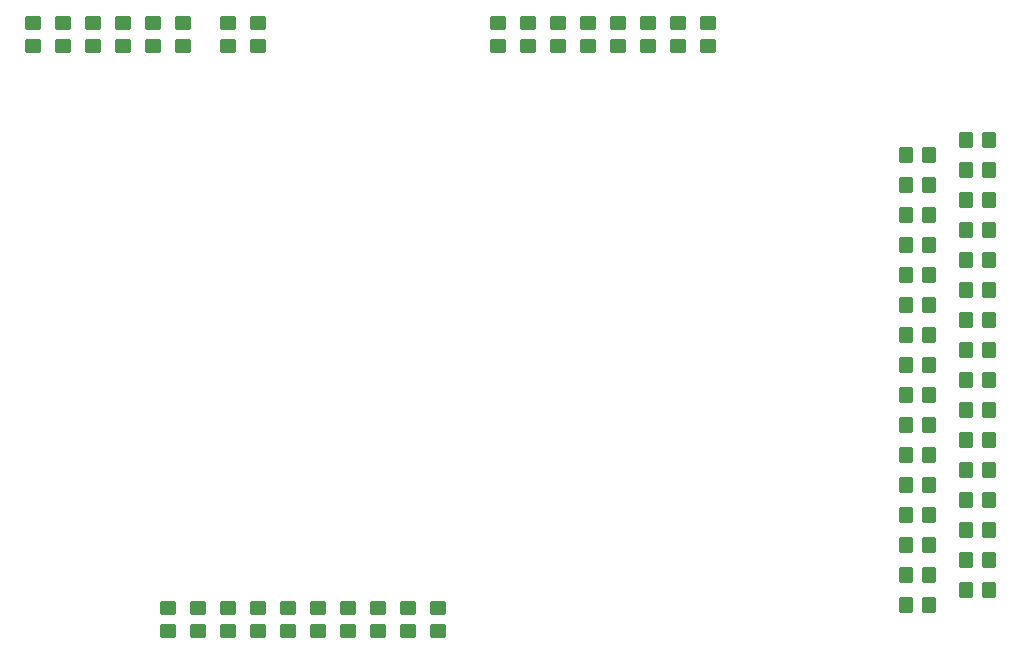
<source format=gbr>
%TF.GenerationSoftware,KiCad,Pcbnew,(6.0.5-0)*%
%TF.CreationDate,2022-11-03T10:05:23-06:00*%
%TF.ProjectId,mega_led_mapper_shield,6d656761-5f6c-4656-945f-6d6170706572,rev?*%
%TF.SameCoordinates,Original*%
%TF.FileFunction,Paste,Top*%
%TF.FilePolarity,Positive*%
%FSLAX46Y46*%
G04 Gerber Fmt 4.6, Leading zero omitted, Abs format (unit mm)*
G04 Created by KiCad (PCBNEW (6.0.5-0)) date 2022-11-03 10:05:23*
%MOMM*%
%LPD*%
G01*
G04 APERTURE LIST*
G04 Aperture macros list*
%AMRoundRect*
0 Rectangle with rounded corners*
0 $1 Rounding radius*
0 $2 $3 $4 $5 $6 $7 $8 $9 X,Y pos of 4 corners*
0 Add a 4 corners polygon primitive as box body*
4,1,4,$2,$3,$4,$5,$6,$7,$8,$9,$2,$3,0*
0 Add four circle primitives for the rounded corners*
1,1,$1+$1,$2,$3*
1,1,$1+$1,$4,$5*
1,1,$1+$1,$6,$7*
1,1,$1+$1,$8,$9*
0 Add four rect primitives between the rounded corners*
20,1,$1+$1,$2,$3,$4,$5,0*
20,1,$1+$1,$4,$5,$6,$7,0*
20,1,$1+$1,$6,$7,$8,$9,0*
20,1,$1+$1,$8,$9,$2,$3,0*%
G04 Aperture macros list end*
%ADD10RoundRect,0.250000X-0.350000X-0.450000X0.350000X-0.450000X0.350000X0.450000X-0.350000X0.450000X0*%
%ADD11RoundRect,0.250000X0.450000X-0.350000X0.450000X0.350000X-0.450000X0.350000X-0.450000X-0.350000X0*%
G04 APERTURE END LIST*
D10*
%TO.C,R47*%
X77740000Y-29210000D03*
X79740000Y-29210000D03*
%TD*%
%TO.C,R24*%
X72660000Y0D03*
X74660000Y0D03*
%TD*%
D11*
%TO.C,R58*%
X33020000Y-32750000D03*
X33020000Y-30750000D03*
%TD*%
D10*
%TO.C,R36*%
X72660000Y-15240000D03*
X74660000Y-15240000D03*
%TD*%
%TO.C,R28*%
X72660000Y-5080000D03*
X74660000Y-5080000D03*
%TD*%
%TO.C,R43*%
X77740000Y-24130000D03*
X79740000Y-24130000D03*
%TD*%
%TO.C,R20*%
X72660000Y5080000D03*
X74660000Y5080000D03*
%TD*%
D11*
%TO.C,R54*%
X27940000Y-32750000D03*
X27940000Y-30750000D03*
%TD*%
D10*
%TO.C,R48*%
X72660000Y-30480000D03*
X74660000Y-30480000D03*
%TD*%
%TO.C,R22*%
X72660000Y2540000D03*
X74660000Y2540000D03*
%TD*%
%TO.C,R17*%
X77740000Y8890000D03*
X79740000Y8890000D03*
%TD*%
%TO.C,R39*%
X77740000Y-19050000D03*
X79740000Y-19050000D03*
%TD*%
D11*
%TO.C,R2*%
X6350000Y16780000D03*
X6350000Y18780000D03*
%TD*%
%TO.C,R6*%
X3810000Y16780000D03*
X3810000Y18780000D03*
%TD*%
D10*
%TO.C,R31*%
X77740000Y-8890000D03*
X79740000Y-8890000D03*
%TD*%
D11*
%TO.C,R5*%
X17780000Y16780000D03*
X17780000Y18780000D03*
%TD*%
D10*
%TO.C,R21*%
X77740000Y3810000D03*
X79740000Y3810000D03*
%TD*%
D11*
%TO.C,R4*%
X-1270000Y16780000D03*
X-1270000Y18780000D03*
%TD*%
D10*
%TO.C,R25*%
X77740000Y-1270000D03*
X79740000Y-1270000D03*
%TD*%
D11*
%TO.C,R57*%
X10160000Y-32750000D03*
X10160000Y-30750000D03*
%TD*%
%TO.C,R1*%
X1270000Y16780000D03*
X1270000Y18780000D03*
%TD*%
%TO.C,R7*%
X8890000Y16780000D03*
X8890000Y18780000D03*
%TD*%
D10*
%TO.C,R27*%
X77740000Y-3810000D03*
X79740000Y-3810000D03*
%TD*%
%TO.C,R18*%
X72660000Y7620000D03*
X74660000Y7620000D03*
%TD*%
D11*
%TO.C,R51*%
X17780000Y-32750000D03*
X17780000Y-30750000D03*
%TD*%
D10*
%TO.C,R44*%
X72660000Y-25400000D03*
X74660000Y-25400000D03*
%TD*%
%TO.C,R35*%
X77740000Y-13970000D03*
X79740000Y-13970000D03*
%TD*%
%TO.C,R34*%
X72660000Y-12700000D03*
X74660000Y-12700000D03*
%TD*%
D11*
%TO.C,R8*%
X15240000Y16780000D03*
X15240000Y18780000D03*
%TD*%
%TO.C,R11*%
X48260000Y16780000D03*
X48260000Y18780000D03*
%TD*%
%TO.C,R16*%
X55880000Y16780000D03*
X55880000Y18780000D03*
%TD*%
D10*
%TO.C,R45*%
X79740000Y-26670000D03*
X77740000Y-26670000D03*
%TD*%
%TO.C,R23*%
X77740000Y1270000D03*
X79740000Y1270000D03*
%TD*%
%TO.C,R40*%
X72660000Y-20320000D03*
X74660000Y-20320000D03*
%TD*%
D11*
%TO.C,R10*%
X43180000Y16780000D03*
X43180000Y18780000D03*
%TD*%
D10*
%TO.C,R46*%
X72660000Y-27940000D03*
X74660000Y-27940000D03*
%TD*%
%TO.C,R41*%
X77740000Y-21590000D03*
X79740000Y-21590000D03*
%TD*%
D11*
%TO.C,R52*%
X25400000Y-32750000D03*
X25400000Y-30750000D03*
%TD*%
D10*
%TO.C,R42*%
X72660000Y-22860000D03*
X74660000Y-22860000D03*
%TD*%
D11*
%TO.C,R50*%
X22860000Y-32750000D03*
X22860000Y-30750000D03*
%TD*%
D10*
%TO.C,R26*%
X72660000Y-2540000D03*
X74660000Y-2540000D03*
%TD*%
D11*
%TO.C,R49*%
X20320000Y-32750000D03*
X20320000Y-30750000D03*
%TD*%
%TO.C,R56*%
X30480000Y-32750000D03*
X30480000Y-30750000D03*
%TD*%
%TO.C,R9*%
X38100000Y16780000D03*
X38100000Y18780000D03*
%TD*%
%TO.C,R15*%
X50800000Y16780000D03*
X50800000Y18780000D03*
%TD*%
D10*
%TO.C,R30*%
X72660000Y-7620000D03*
X74660000Y-7620000D03*
%TD*%
D11*
%TO.C,R12*%
X53340000Y16780000D03*
X53340000Y18780000D03*
%TD*%
D10*
%TO.C,R33*%
X77740000Y-11430000D03*
X79740000Y-11430000D03*
%TD*%
%TO.C,R32*%
X72660000Y-10160000D03*
X74660000Y-10160000D03*
%TD*%
%TO.C,R19*%
X77740000Y6350000D03*
X79740000Y6350000D03*
%TD*%
D11*
%TO.C,R14*%
X45720000Y16780000D03*
X45720000Y18780000D03*
%TD*%
%TO.C,R13*%
X40640000Y16780000D03*
X40640000Y18780000D03*
%TD*%
D10*
%TO.C,R37*%
X77740000Y-16510000D03*
X79740000Y-16510000D03*
%TD*%
D11*
%TO.C,R55*%
X12700000Y-32750000D03*
X12700000Y-30750000D03*
%TD*%
%TO.C,R53*%
X15240000Y-32750000D03*
X15240000Y-30750000D03*
%TD*%
D10*
%TO.C,R38*%
X72660000Y-17780000D03*
X74660000Y-17780000D03*
%TD*%
D11*
%TO.C,R3*%
X11430000Y16780000D03*
X11430000Y18780000D03*
%TD*%
D10*
%TO.C,R29*%
X77740000Y-6350000D03*
X79740000Y-6350000D03*
%TD*%
M02*

</source>
